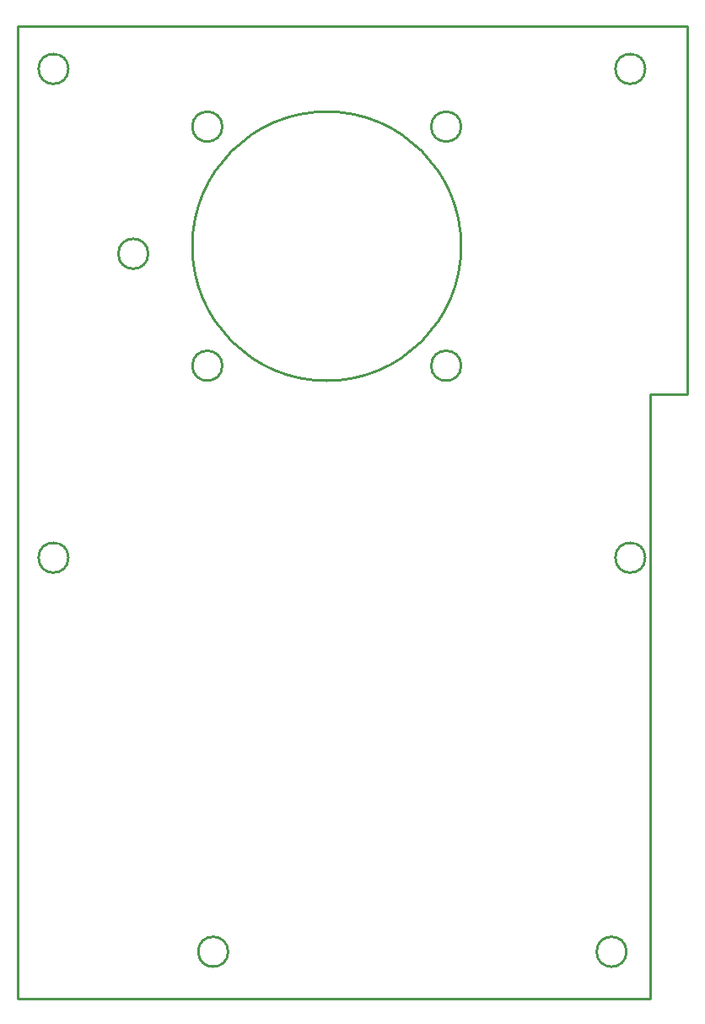
<source format=gko>
G04*
G04 #@! TF.GenerationSoftware,Altium Limited,Altium Designer,19.0.4 (130)*
G04*
G04 Layer_Color=16711935*
%FSTAX24Y24*%
%MOIN*%
G70*
G01*
G75*
%ADD10C,0.0100*%
D10*
X018071Y03688D02*
G03*
X018071Y03688I-000591J0D01*
G01*
X027511D02*
G03*
X027511Y03688I-000591J0D01*
G01*
Y04632D02*
G03*
X027511Y04632I-000591J0D01*
G01*
X027514Y0416D02*
G03*
X027514Y0416I-005314J0D01*
G01*
X018071Y04632D02*
G03*
X018071Y04632I-000591J0D01*
G01*
X027511D02*
G03*
X027511Y04632I-000591J0D01*
G01*
Y03688D02*
G03*
X027511Y03688I-000591J0D01*
G01*
X018071D02*
G03*
X018071Y03688I-000591J0D01*
G01*
Y04632D02*
G03*
X018071Y04632I-000591J0D01*
G01*
X015143Y0413D02*
G03*
X015143Y0413I-000591J0D01*
G01*
X018302Y013741D02*
G03*
X018302Y013741I-000591J0D01*
G01*
X03405D02*
G03*
X03405Y013741I-000591J0D01*
G01*
X034791Y0486D02*
G03*
X034791Y0486I-000591J0D01*
G01*
X011991D02*
G03*
X011991Y0486I-000591J0D01*
G01*
Y0293D02*
G03*
X011991Y0293I-000591J0D01*
G01*
X034791D02*
G03*
X034791Y0293I-000591J0D01*
G01*
X01Y0119D02*
Y0503D01*
Y0119D02*
X035D01*
Y035739D01*
X035007Y035746D01*
X036446D01*
X03645Y03575D01*
Y0503D01*
X01D02*
X03645D01*
M02*

</source>
